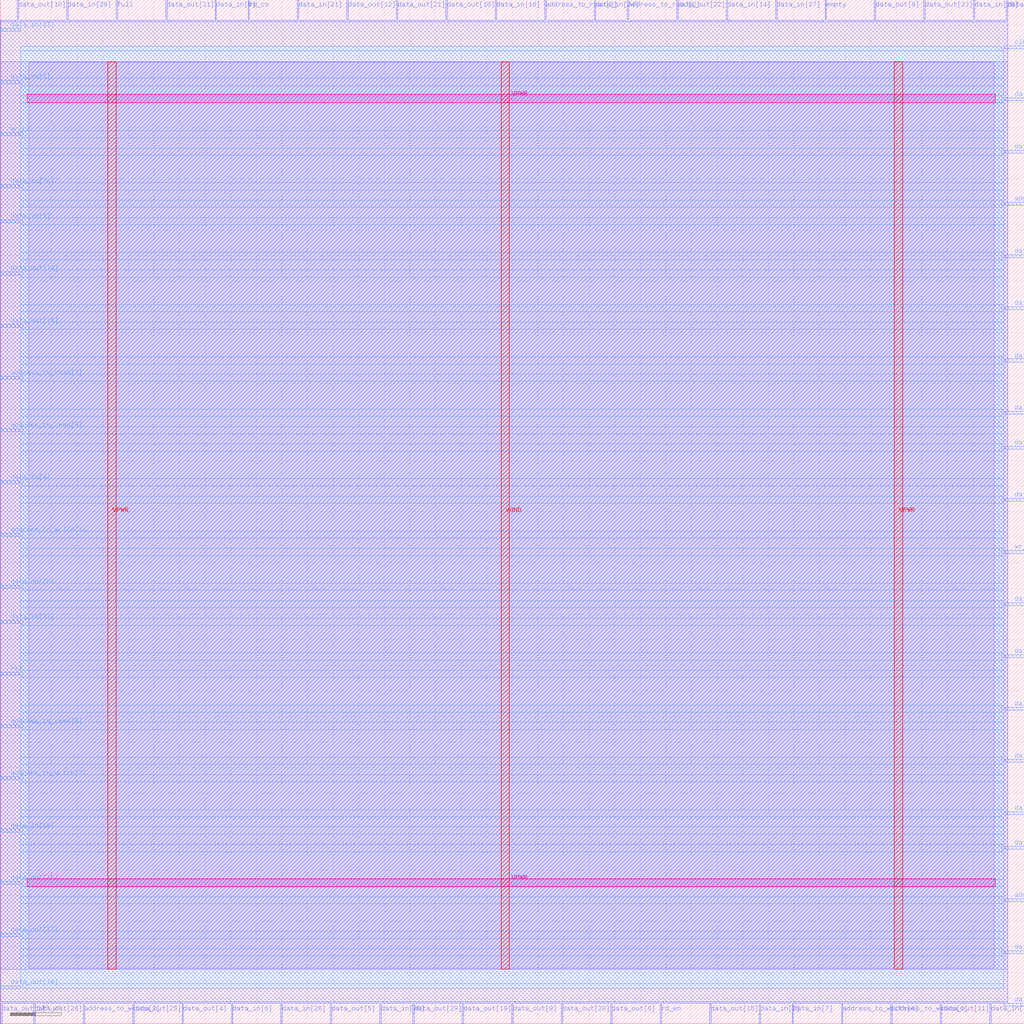
<source format=lef>
VERSION 5.7 ;
  NOWIREEXTENSIONATPIN ON ;
  DIVIDERCHAR "/" ;
  BUSBITCHARS "[]" ;
MACRO sync_fifo_32x64
  CLASS BLOCK ;
  FOREIGN sync_fifo_32x64 ;
  ORIGIN 0.000 0.000 ;
  SIZE 200.000 BY 200.000 ;
  PIN VGND
    DIRECTION INOUT ;
    USE GROUND ;
    PORT
      LAYER met4 ;
        RECT 97.840 10.640 99.440 187.920 ;
    END
  END VGND
  PIN VPWR
    DIRECTION INOUT ;
    USE POWER ;
    PORT
      LAYER met4 ;
        RECT 21.040 10.640 22.640 187.920 ;
    END
    PORT
      LAYER met4 ;
        RECT 174.640 10.640 176.240 187.920 ;
    END
    PORT
      LAYER met5 ;
        RECT 5.280 26.730 194.360 28.330 ;
    END
    PORT
      LAYER met5 ;
        RECT 5.280 179.910 194.360 181.510 ;
    END
  END VPWR
  PIN address_to_read[0]
    DIRECTION INPUT ;
    USE SIGNAL ;
    PORT
      LAYER met3 ;
        RECT 0.000 115.640 4.000 116.240 ;
    END
  END address_to_read[0]
  PIN address_to_read[1]
    DIRECTION INPUT ;
    USE SIGNAL ;
    PORT
      LAYER met3 ;
        RECT 0.000 125.840 4.000 126.440 ;
    END
  END address_to_read[1]
  PIN address_to_read[2]
    DIRECTION INPUT ;
    USE SIGNAL ;
    PORT
      LAYER met2 ;
        RECT 122.450 196.000 122.730 200.000 ;
    END
  END address_to_read[2]
  PIN address_to_read[3]
    DIRECTION INPUT ;
    USE SIGNAL ;
    PORT
      LAYER met2 ;
        RECT 106.350 196.000 106.630 200.000 ;
    END
  END address_to_read[3]
  PIN address_to_read[4]
    DIRECTION INPUT ;
    USE SIGNAL ;
    PORT
      LAYER met3 ;
        RECT 196.000 159.840 200.000 160.440 ;
    END
  END address_to_read[4]
  PIN address_to_read[5]
    DIRECTION INPUT ;
    USE SIGNAL ;
    PORT
      LAYER met3 ;
        RECT 0.000 57.840 4.000 58.440 ;
    END
  END address_to_read[5]
  PIN address_to_write[0]
    DIRECTION INPUT ;
    USE SIGNAL ;
    PORT
      LAYER met2 ;
        RECT 173.970 0.000 174.250 4.000 ;
    END
  END address_to_write[0]
  PIN address_to_write[1]
    DIRECTION INPUT ;
    USE SIGNAL ;
    PORT
      LAYER met3 ;
        RECT 0.000 95.240 4.000 95.840 ;
    END
  END address_to_write[1]
  PIN address_to_write[2]
    DIRECTION INPUT ;
    USE SIGNAL ;
    PORT
      LAYER met2 ;
        RECT 16.190 0.000 16.470 4.000 ;
    END
  END address_to_write[2]
  PIN address_to_write[3]
    DIRECTION INPUT ;
    USE SIGNAL ;
    PORT
      LAYER met3 ;
        RECT 0.000 47.640 4.000 48.240 ;
    END
  END address_to_write[3]
  PIN address_to_write[4]
    DIRECTION INPUT ;
    USE SIGNAL ;
    PORT
      LAYER met2 ;
        RECT 164.310 0.000 164.590 4.000 ;
    END
  END address_to_write[4]
  PIN address_to_write[5]
    DIRECTION INPUT ;
    USE SIGNAL ;
    PORT
      LAYER met3 ;
        RECT 196.000 23.840 200.000 24.440 ;
    END
  END address_to_write[5]
  PIN clk
    DIRECTION INPUT ;
    USE SIGNAL ;
    PORT
      LAYER met3 ;
        RECT 196.000 190.440 200.000 191.040 ;
    END
  END clk
  PIN data_in[0]
    DIRECTION INPUT ;
    USE SIGNAL ;
    PORT
      LAYER met3 ;
        RECT 196.000 81.640 200.000 82.240 ;
    END
  END data_in[0]
  PIN data_in[10]
    DIRECTION INPUT ;
    USE SIGNAL ;
    PORT
      LAYER met3 ;
        RECT 196.000 139.440 200.000 140.040 ;
    END
  END data_in[10]
  PIN data_in[11]
    DIRECTION INPUT ;
    USE SIGNAL ;
    PORT
      LAYER met3 ;
        RECT 196.000 3.440 200.000 4.040 ;
    END
  END data_in[11]
  PIN data_in[12]
    DIRECTION INPUT ;
    USE SIGNAL ;
    PORT
      LAYER met3 ;
        RECT 196.000 51.040 200.000 51.640 ;
    END
  END data_in[12]
  PIN data_in[13]
    DIRECTION INPUT ;
    USE SIGNAL ;
    PORT
      LAYER met3 ;
        RECT 0.000 193.840 4.000 194.440 ;
    END
  END data_in[13]
  PIN data_in[14]
    DIRECTION INPUT ;
    USE SIGNAL ;
    PORT
      LAYER met2 ;
        RECT 141.770 196.000 142.050 200.000 ;
    END
  END data_in[14]
  PIN data_in[15]
    DIRECTION INPUT ;
    USE SIGNAL ;
    PORT
      LAYER met3 ;
        RECT 196.000 34.040 200.000 34.640 ;
    END
  END data_in[15]
  PIN data_in[16]
    DIRECTION INPUT ;
    USE SIGNAL ;
    PORT
      LAYER met2 ;
        RECT 96.690 196.000 96.970 200.000 ;
    END
  END data_in[16]
  PIN data_in[17]
    DIRECTION INPUT ;
    USE SIGNAL ;
    PORT
      LAYER met3 ;
        RECT 196.000 119.040 200.000 119.640 ;
    END
  END data_in[17]
  PIN data_in[18]
    DIRECTION INPUT ;
    USE SIGNAL ;
    PORT
      LAYER met3 ;
        RECT 196.000 71.440 200.000 72.040 ;
    END
  END data_in[18]
  PIN data_in[19]
    DIRECTION INPUT ;
    USE SIGNAL ;
    PORT
      LAYER met3 ;
        RECT 0.000 37.440 4.000 38.040 ;
    END
  END data_in[19]
  PIN data_in[1]
    DIRECTION INPUT ;
    USE SIGNAL ;
    PORT
      LAYER met2 ;
        RECT 193.290 0.000 193.570 4.000 ;
    END
  END data_in[1]
  PIN data_in[20]
    DIRECTION INPUT ;
    USE SIGNAL ;
    PORT
      LAYER met3 ;
        RECT 0.000 163.240 4.000 163.840 ;
    END
  END data_in[20]
  PIN data_in[21]
    DIRECTION INPUT ;
    USE SIGNAL ;
    PORT
      LAYER met2 ;
        RECT 58.050 196.000 58.330 200.000 ;
    END
  END data_in[21]
  PIN data_in[22]
    DIRECTION INPUT ;
    USE SIGNAL ;
    PORT
      LAYER met3 ;
        RECT 196.000 129.240 200.000 129.840 ;
    END
  END data_in[22]
  PIN data_in[23]
    DIRECTION INPUT ;
    USE SIGNAL ;
    PORT
      LAYER met3 ;
        RECT 196.000 61.240 200.000 61.840 ;
    END
  END data_in[23]
  PIN data_in[24]
    DIRECTION INPUT ;
    USE SIGNAL ;
    PORT
      LAYER met2 ;
        RECT 116.010 196.000 116.290 200.000 ;
    END
  END data_in[24]
  PIN data_in[25]
    DIRECTION INPUT ;
    USE SIGNAL ;
    PORT
      LAYER met3 ;
        RECT 196.000 170.040 200.000 170.640 ;
    END
  END data_in[25]
  PIN data_in[26]
    DIRECTION INPUT ;
    USE SIGNAL ;
    PORT
      LAYER met2 ;
        RECT 54.830 0.000 55.110 4.000 ;
    END
  END data_in[26]
  PIN data_in[27]
    DIRECTION INPUT ;
    USE SIGNAL ;
    PORT
      LAYER met2 ;
        RECT 151.430 196.000 151.710 200.000 ;
    END
  END data_in[27]
  PIN data_in[28]
    DIRECTION INPUT ;
    USE SIGNAL ;
    PORT
      LAYER met2 ;
        RECT 190.070 196.000 190.350 200.000 ;
    END
  END data_in[28]
  PIN data_in[29]
    DIRECTION INPUT ;
    USE SIGNAL ;
    PORT
      LAYER met2 ;
        RECT 12.970 196.000 13.250 200.000 ;
    END
  END data_in[29]
  PIN data_in[2]
    DIRECTION INPUT ;
    USE SIGNAL ;
    PORT
      LAYER met2 ;
        RECT 148.210 0.000 148.490 4.000 ;
    END
  END data_in[2]
  PIN data_in[30]
    DIRECTION INPUT ;
    USE SIGNAL ;
    PORT
      LAYER met2 ;
        RECT 74.150 0.000 74.430 4.000 ;
    END
  END data_in[30]
  PIN data_in[31]
    DIRECTION INPUT ;
    USE SIGNAL ;
    PORT
      LAYER met3 ;
        RECT 0.000 78.240 4.000 78.840 ;
    END
  END data_in[31]
  PIN data_in[3]
    DIRECTION INPUT ;
    USE SIGNAL ;
    PORT
      LAYER met3 ;
        RECT 196.000 149.640 200.000 150.240 ;
    END
  END data_in[3]
  PIN data_in[4]
    DIRECTION INPUT ;
    USE SIGNAL ;
    PORT
      LAYER met3 ;
        RECT 0.000 105.440 4.000 106.040 ;
    END
  END data_in[4]
  PIN data_in[5]
    DIRECTION INPUT ;
    USE SIGNAL ;
    PORT
      LAYER met3 ;
        RECT 0.000 183.640 4.000 184.240 ;
    END
  END data_in[5]
  PIN data_in[6]
    DIRECTION INPUT ;
    USE SIGNAL ;
    PORT
      LAYER met2 ;
        RECT 45.170 0.000 45.450 4.000 ;
    END
  END data_in[6]
  PIN data_in[7]
    DIRECTION INPUT ;
    USE SIGNAL ;
    PORT
      LAYER met2 ;
        RECT 154.650 0.000 154.930 4.000 ;
    END
  END data_in[7]
  PIN data_in[8]
    DIRECTION INPUT ;
    USE SIGNAL ;
    PORT
      LAYER met2 ;
        RECT 41.950 196.000 42.230 200.000 ;
    END
  END data_in[8]
  PIN data_in[9]
    DIRECTION INPUT ;
    USE SIGNAL ;
    PORT
      LAYER met3 ;
        RECT 0.000 156.440 4.000 157.040 ;
    END
  END data_in[9]
  PIN data_out[0]
    DIRECTION OUTPUT TRISTATE ;
    USE SIGNAL ;
    PORT
      LAYER met2 ;
        RECT 119.230 0.000 119.510 4.000 ;
    END
  END data_out[0]
  PIN data_out[10]
    DIRECTION OUTPUT TRISTATE ;
    USE SIGNAL ;
    PORT
      LAYER met2 ;
        RECT 3.310 196.000 3.590 200.000 ;
    END
  END data_out[10]
  PIN data_out[11]
    DIRECTION OUTPUT TRISTATE ;
    USE SIGNAL ;
    PORT
      LAYER met2 ;
        RECT 183.630 0.000 183.910 4.000 ;
    END
  END data_out[11]
  PIN data_out[12]
    DIRECTION OUTPUT TRISTATE ;
    USE SIGNAL ;
    PORT
      LAYER met2 ;
        RECT 67.710 196.000 67.990 200.000 ;
    END
  END data_out[12]
  PIN data_out[13]
    DIRECTION OUTPUT TRISTATE ;
    USE SIGNAL ;
    PORT
      LAYER met3 ;
        RECT 196.000 40.840 200.000 41.440 ;
    END
  END data_out[13]
  PIN data_out[14]
    DIRECTION OUTPUT TRISTATE ;
    USE SIGNAL ;
    PORT
      LAYER met3 ;
        RECT 0.000 6.840 4.000 7.440 ;
    END
  END data_out[14]
  PIN data_out[15]
    DIRECTION OUTPUT TRISTATE ;
    USE SIGNAL ;
    PORT
      LAYER met2 ;
        RECT 138.550 0.000 138.830 4.000 ;
    END
  END data_out[15]
  PIN data_out[16]
    DIRECTION OUTPUT TRISTATE ;
    USE SIGNAL ;
    PORT
      LAYER met3 ;
        RECT 0.000 136.040 4.000 136.640 ;
    END
  END data_out[16]
  PIN data_out[17]
    DIRECTION OUTPUT TRISTATE ;
    USE SIGNAL ;
    PORT
      LAYER met3 ;
        RECT 0.000 17.040 4.000 17.640 ;
    END
  END data_out[17]
  PIN data_out[18]
    DIRECTION OUTPUT TRISTATE ;
    USE SIGNAL ;
    PORT
      LAYER met2 ;
        RECT 87.030 196.000 87.310 200.000 ;
    END
  END data_out[18]
  PIN data_out[19]
    DIRECTION OUTPUT TRISTATE ;
    USE SIGNAL ;
    PORT
      LAYER met2 ;
        RECT 90.250 0.000 90.530 4.000 ;
    END
  END data_out[19]
  PIN data_out[1]
    DIRECTION OUTPUT TRISTATE ;
    USE SIGNAL ;
    PORT
      LAYER met2 ;
        RECT 0.090 0.000 0.370 4.000 ;
    END
  END data_out[1]
  PIN data_out[20]
    DIRECTION OUTPUT TRISTATE ;
    USE SIGNAL ;
    PORT
      LAYER met2 ;
        RECT 109.570 0.000 109.850 4.000 ;
    END
  END data_out[20]
  PIN data_out[21]
    DIRECTION OUTPUT TRISTATE ;
    USE SIGNAL ;
    PORT
      LAYER met2 ;
        RECT 77.370 196.000 77.650 200.000 ;
    END
  END data_out[21]
  PIN data_out[22]
    DIRECTION OUTPUT TRISTATE ;
    USE SIGNAL ;
    PORT
      LAYER met2 ;
        RECT 132.110 196.000 132.390 200.000 ;
    END
  END data_out[22]
  PIN data_out[23]
    DIRECTION OUTPUT TRISTATE ;
    USE SIGNAL ;
    PORT
      LAYER met2 ;
        RECT 180.410 196.000 180.690 200.000 ;
    END
  END data_out[23]
  PIN data_out[24]
    DIRECTION OUTPUT TRISTATE ;
    USE SIGNAL ;
    PORT
      LAYER met3 ;
        RECT 0.000 146.240 4.000 146.840 ;
    END
  END data_out[24]
  PIN data_out[25]
    DIRECTION OUTPUT TRISTATE ;
    USE SIGNAL ;
    PORT
      LAYER met2 ;
        RECT 25.850 0.000 26.130 4.000 ;
    END
  END data_out[25]
  PIN data_out[26]
    DIRECTION OUTPUT TRISTATE ;
    USE SIGNAL ;
    PORT
      LAYER met2 ;
        RECT 6.530 0.000 6.810 4.000 ;
    END
  END data_out[26]
  PIN data_out[27]
    DIRECTION OUTPUT TRISTATE ;
    USE SIGNAL ;
    PORT
      LAYER met2 ;
        RECT 196.510 196.000 196.790 200.000 ;
    END
  END data_out[27]
  PIN data_out[28]
    DIRECTION OUTPUT TRISTATE ;
    USE SIGNAL ;
    PORT
      LAYER met3 ;
        RECT 0.000 27.240 4.000 27.840 ;
    END
  END data_out[28]
  PIN data_out[29]
    DIRECTION OUTPUT TRISTATE ;
    USE SIGNAL ;
    PORT
      LAYER met2 ;
        RECT 80.590 0.000 80.870 4.000 ;
    END
  END data_out[29]
  PIN data_out[2]
    DIRECTION OUTPUT TRISTATE ;
    USE SIGNAL ;
    PORT
      LAYER met3 ;
        RECT 196.000 180.240 200.000 180.840 ;
    END
  END data_out[2]
  PIN data_out[30]
    DIRECTION OUTPUT TRISTATE ;
    USE SIGNAL ;
    PORT
      LAYER met3 ;
        RECT 196.000 13.640 200.000 14.240 ;
    END
  END data_out[30]
  PIN data_out[31]
    DIRECTION OUTPUT TRISTATE ;
    USE SIGNAL ;
    PORT
      LAYER met2 ;
        RECT 32.290 196.000 32.570 200.000 ;
    END
  END data_out[31]
  PIN data_out[3]
    DIRECTION OUTPUT TRISTATE ;
    USE SIGNAL ;
    PORT
      LAYER met3 ;
        RECT 196.000 102.040 200.000 102.640 ;
    END
  END data_out[3]
  PIN data_out[4]
    DIRECTION OUTPUT TRISTATE ;
    USE SIGNAL ;
    PORT
      LAYER met2 ;
        RECT 35.510 0.000 35.790 4.000 ;
    END
  END data_out[4]
  PIN data_out[5]
    DIRECTION OUTPUT TRISTATE ;
    USE SIGNAL ;
    PORT
      LAYER met2 ;
        RECT 64.490 0.000 64.770 4.000 ;
    END
  END data_out[5]
  PIN data_out[6]
    DIRECTION OUTPUT TRISTATE ;
    USE SIGNAL ;
    PORT
      LAYER met3 ;
        RECT 0.000 85.040 4.000 85.640 ;
    END
  END data_out[6]
  PIN data_out[7]
    DIRECTION OUTPUT TRISTATE ;
    USE SIGNAL ;
    PORT
      LAYER met3 ;
        RECT 196.000 112.240 200.000 112.840 ;
    END
  END data_out[7]
  PIN data_out[8]
    DIRECTION OUTPUT TRISTATE ;
    USE SIGNAL ;
    PORT
      LAYER met2 ;
        RECT 99.910 0.000 100.190 4.000 ;
    END
  END data_out[8]
  PIN data_out[9]
    DIRECTION OUTPUT TRISTATE ;
    USE SIGNAL ;
    PORT
      LAYER met2 ;
        RECT 170.750 196.000 171.030 200.000 ;
    END
  END data_out[9]
  PIN empty
    DIRECTION OUTPUT TRISTATE ;
    USE SIGNAL ;
    PORT
      LAYER met2 ;
        RECT 161.090 196.000 161.370 200.000 ;
    END
  END empty
  PIN full
    DIRECTION OUTPUT TRISTATE ;
    USE SIGNAL ;
    PORT
      LAYER met2 ;
        RECT 22.630 196.000 22.910 200.000 ;
    END
  END full
  PIN rd_cs
    DIRECTION INPUT ;
    USE SIGNAL ;
    PORT
      LAYER met2 ;
        RECT 48.390 196.000 48.670 200.000 ;
    END
  END rd_cs
  PIN rd_en
    DIRECTION INPUT ;
    USE SIGNAL ;
    PORT
      LAYER met2 ;
        RECT 128.890 0.000 129.170 4.000 ;
    END
  END rd_en
  PIN rst
    DIRECTION INPUT ;
    USE SIGNAL ;
    PORT
      LAYER met3 ;
        RECT 0.000 68.040 4.000 68.640 ;
    END
  END rst
  PIN wr_cs
    DIRECTION INPUT ;
    USE SIGNAL ;
    PORT
      LAYER met3 ;
        RECT 0.000 173.440 4.000 174.040 ;
    END
  END wr_cs
  PIN wr_en
    DIRECTION INPUT ;
    USE SIGNAL ;
    PORT
      LAYER met3 ;
        RECT 196.000 91.840 200.000 92.440 ;
    END
  END wr_en
  OBS
      LAYER li1 ;
        RECT 5.520 10.795 194.120 187.765 ;
      LAYER met1 ;
        RECT 0.070 10.640 196.810 187.920 ;
      LAYER met2 ;
        RECT 0.100 195.720 3.030 196.000 ;
        RECT 3.870 195.720 12.690 196.000 ;
        RECT 13.530 195.720 22.350 196.000 ;
        RECT 23.190 195.720 32.010 196.000 ;
        RECT 32.850 195.720 41.670 196.000 ;
        RECT 42.510 195.720 48.110 196.000 ;
        RECT 48.950 195.720 57.770 196.000 ;
        RECT 58.610 195.720 67.430 196.000 ;
        RECT 68.270 195.720 77.090 196.000 ;
        RECT 77.930 195.720 86.750 196.000 ;
        RECT 87.590 195.720 96.410 196.000 ;
        RECT 97.250 195.720 106.070 196.000 ;
        RECT 106.910 195.720 115.730 196.000 ;
        RECT 116.570 195.720 122.170 196.000 ;
        RECT 123.010 195.720 131.830 196.000 ;
        RECT 132.670 195.720 141.490 196.000 ;
        RECT 142.330 195.720 151.150 196.000 ;
        RECT 151.990 195.720 160.810 196.000 ;
        RECT 161.650 195.720 170.470 196.000 ;
        RECT 171.310 195.720 180.130 196.000 ;
        RECT 180.970 195.720 189.790 196.000 ;
        RECT 190.630 195.720 196.230 196.000 ;
        RECT 0.100 4.280 196.780 195.720 ;
        RECT 0.650 4.000 6.250 4.280 ;
        RECT 7.090 4.000 15.910 4.280 ;
        RECT 16.750 4.000 25.570 4.280 ;
        RECT 26.410 4.000 35.230 4.280 ;
        RECT 36.070 4.000 44.890 4.280 ;
        RECT 45.730 4.000 54.550 4.280 ;
        RECT 55.390 4.000 64.210 4.280 ;
        RECT 65.050 4.000 73.870 4.280 ;
        RECT 74.710 4.000 80.310 4.280 ;
        RECT 81.150 4.000 89.970 4.280 ;
        RECT 90.810 4.000 99.630 4.280 ;
        RECT 100.470 4.000 109.290 4.280 ;
        RECT 110.130 4.000 118.950 4.280 ;
        RECT 119.790 4.000 128.610 4.280 ;
        RECT 129.450 4.000 138.270 4.280 ;
        RECT 139.110 4.000 147.930 4.280 ;
        RECT 148.770 4.000 154.370 4.280 ;
        RECT 155.210 4.000 164.030 4.280 ;
        RECT 164.870 4.000 173.690 4.280 ;
        RECT 174.530 4.000 183.350 4.280 ;
        RECT 184.190 4.000 193.010 4.280 ;
        RECT 193.850 4.000 196.780 4.280 ;
      LAYER met3 ;
        RECT 4.000 190.040 195.600 190.905 ;
        RECT 4.000 184.640 196.000 190.040 ;
        RECT 4.400 183.240 196.000 184.640 ;
        RECT 4.000 181.240 196.000 183.240 ;
        RECT 4.000 179.840 195.600 181.240 ;
        RECT 4.000 174.440 196.000 179.840 ;
        RECT 4.400 173.040 196.000 174.440 ;
        RECT 4.000 171.040 196.000 173.040 ;
        RECT 4.000 169.640 195.600 171.040 ;
        RECT 4.000 164.240 196.000 169.640 ;
        RECT 4.400 162.840 196.000 164.240 ;
        RECT 4.000 160.840 196.000 162.840 ;
        RECT 4.000 159.440 195.600 160.840 ;
        RECT 4.000 157.440 196.000 159.440 ;
        RECT 4.400 156.040 196.000 157.440 ;
        RECT 4.000 150.640 196.000 156.040 ;
        RECT 4.000 149.240 195.600 150.640 ;
        RECT 4.000 147.240 196.000 149.240 ;
        RECT 4.400 145.840 196.000 147.240 ;
        RECT 4.000 140.440 196.000 145.840 ;
        RECT 4.000 139.040 195.600 140.440 ;
        RECT 4.000 137.040 196.000 139.040 ;
        RECT 4.400 135.640 196.000 137.040 ;
        RECT 4.000 130.240 196.000 135.640 ;
        RECT 4.000 128.840 195.600 130.240 ;
        RECT 4.000 126.840 196.000 128.840 ;
        RECT 4.400 125.440 196.000 126.840 ;
        RECT 4.000 120.040 196.000 125.440 ;
        RECT 4.000 118.640 195.600 120.040 ;
        RECT 4.000 116.640 196.000 118.640 ;
        RECT 4.400 115.240 196.000 116.640 ;
        RECT 4.000 113.240 196.000 115.240 ;
        RECT 4.000 111.840 195.600 113.240 ;
        RECT 4.000 106.440 196.000 111.840 ;
        RECT 4.400 105.040 196.000 106.440 ;
        RECT 4.000 103.040 196.000 105.040 ;
        RECT 4.000 101.640 195.600 103.040 ;
        RECT 4.000 96.240 196.000 101.640 ;
        RECT 4.400 94.840 196.000 96.240 ;
        RECT 4.000 92.840 196.000 94.840 ;
        RECT 4.000 91.440 195.600 92.840 ;
        RECT 4.000 86.040 196.000 91.440 ;
        RECT 4.400 84.640 196.000 86.040 ;
        RECT 4.000 82.640 196.000 84.640 ;
        RECT 4.000 81.240 195.600 82.640 ;
        RECT 4.000 79.240 196.000 81.240 ;
        RECT 4.400 77.840 196.000 79.240 ;
        RECT 4.000 72.440 196.000 77.840 ;
        RECT 4.000 71.040 195.600 72.440 ;
        RECT 4.000 69.040 196.000 71.040 ;
        RECT 4.400 67.640 196.000 69.040 ;
        RECT 4.000 62.240 196.000 67.640 ;
        RECT 4.000 60.840 195.600 62.240 ;
        RECT 4.000 58.840 196.000 60.840 ;
        RECT 4.400 57.440 196.000 58.840 ;
        RECT 4.000 52.040 196.000 57.440 ;
        RECT 4.000 50.640 195.600 52.040 ;
        RECT 4.000 48.640 196.000 50.640 ;
        RECT 4.400 47.240 196.000 48.640 ;
        RECT 4.000 41.840 196.000 47.240 ;
        RECT 4.000 40.440 195.600 41.840 ;
        RECT 4.000 38.440 196.000 40.440 ;
        RECT 4.400 37.040 196.000 38.440 ;
        RECT 4.000 35.040 196.000 37.040 ;
        RECT 4.000 33.640 195.600 35.040 ;
        RECT 4.000 28.240 196.000 33.640 ;
        RECT 4.400 26.840 196.000 28.240 ;
        RECT 4.000 24.840 196.000 26.840 ;
        RECT 4.000 23.440 195.600 24.840 ;
        RECT 4.000 18.040 196.000 23.440 ;
        RECT 4.400 16.640 196.000 18.040 ;
        RECT 4.000 14.640 196.000 16.640 ;
        RECT 4.000 13.240 195.600 14.640 ;
        RECT 4.000 7.840 196.000 13.240 ;
        RECT 4.400 6.975 196.000 7.840 ;
  END
END sync_fifo_32x64
END LIBRARY


</source>
